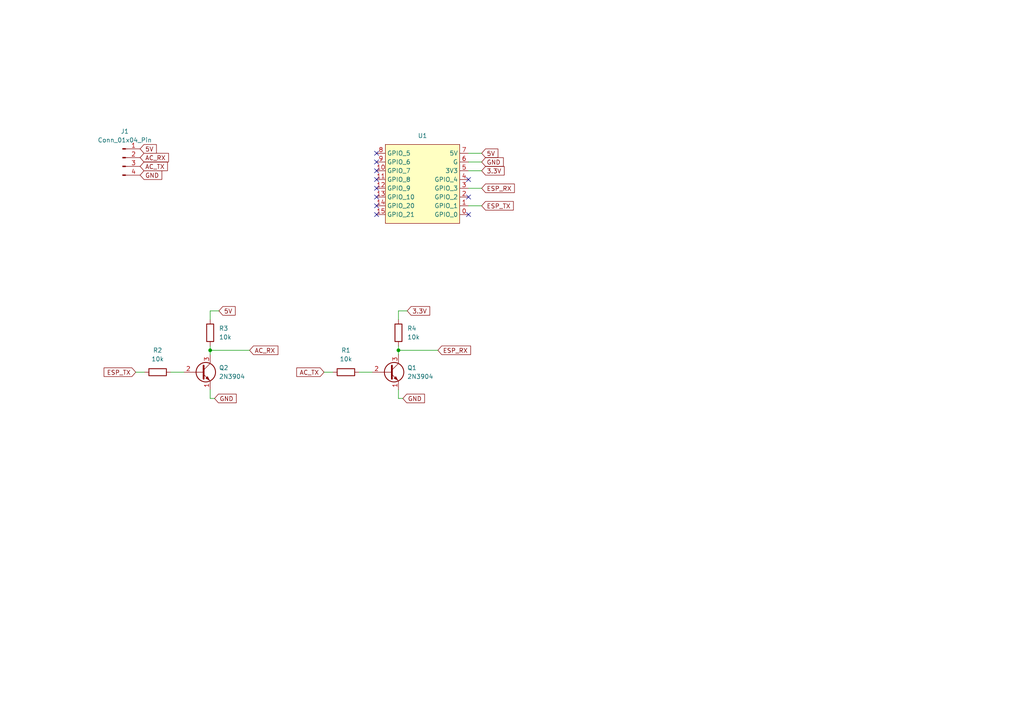
<source format=kicad_sch>
(kicad_sch (version 20250114) (generator "eeschema") (generator_version "9.0")
  (paper "A4")
  (lib_symbols
    (symbol "Connector:Conn_01x04_Pin" (pin_names (offset 1.016) (hide yes))
      (property "Reference" "J" (at 0 5.08 0))
      (property "Value" "Conn_01x04_Pin" (at 0 -7.62 0))
      (symbol "Conn_01x04_Pin_1_1"
        (rectangle (start 0.8636 2.667) (end 0 2.413) (stroke (width 0.1524)) (fill (type outline)))
        (rectangle (start 0.8636 0.127) (end 0 -0.127) (stroke (width 0.1524)) (fill (type outline)))
        (rectangle (start 0.8636 -2.413) (end 0 -2.667) (stroke (width 0.1524)) (fill (type outline)))
        (rectangle (start 0.8636 -4.953) (end 0 -5.207) (stroke (width 0.1524)) (fill (type outline)))
        (polyline (pts (xy 1.27 2.54) (xy 0.8636 2.54)) (stroke (width 0.1524)))
        (polyline (pts (xy 1.27 0) (xy 0.8636 0)) (stroke (width 0.1524)))
        (polyline (pts (xy 1.27 -2.54) (xy 0.8636 -2.54)) (stroke (width 0.1524)))
        (polyline (pts (xy 1.27 -5.08) (xy 0.8636 -5.08)) (stroke (width 0.1524)))
        (pin passive line (at 5.08 2.54 180) (length 3.81) (name "Pin_1") (number "1"))
        (pin passive line (at 5.08 0 180) (length 3.81) (name "Pin_2") (number "2"))
        (pin passive line (at 5.08 -2.54 180) (length 3.81) (name "Pin_3") (number "3"))
        (pin passive line (at 5.08 -5.08 180) (length 3.81) (name "Pin_4") (number "4"))
      )
    )
    (symbol "Device:R" (pin_numbers (hide yes)) (pin_names (offset 0))
      (property "Reference" "R" (at 2.032 0 90))
      (property "Value" "R" (at 0 0 90))
      (symbol "R_0_1"
        (rectangle (start -1.016 -2.54) (end 1.016 2.54) (stroke (width 0.254)))
      )
      (symbol "R_1_1"
        (pin passive line (at 0 3.81 270) (length 1.27) (name "~") (number "1"))
        (pin passive line (at 0 -3.81 90) (length 1.27) (name "~") (number "2"))
      )
    )
    (symbol "Project Symbols:ESP32_C3_Super_Mini"
      (property "Reference" "U" (at 21.082 -1.016 0))
      (symbol "ESP32_C3_Super_Mini_1_1"
        (rectangle (start 0 22.86) (end 21.59 0) (fill (type background)))
        (pin bidirectional line (at -2.54 20.32 0) (length 2.54) (name "GPIO_5") (number "8"))
        (pin bidirectional line (at -2.54 17.78 0) (length 2.54) (name "GPIO_6") (number "9"))
        (pin bidirectional line (at -2.54 15.24 0) (length 2.54) (name "GPIO_7") (number "10"))
        (pin bidirectional line (at -2.54 12.7 0) (length 2.54) (name "GPIO_8") (number "11"))
        (pin bidirectional line (at -2.54 10.16 0) (length 2.54) (name "GPIO_9") (number "12"))
        (pin bidirectional line (at -2.54 7.62 0) (length 2.54) (name "GPIO_10") (number "13"))
        (pin bidirectional line (at -2.54 5.08 0) (length 2.54) (name "GPIO_20") (number "14"))
        (pin bidirectional line (at -2.54 2.54 0) (length 2.54) (name "GPIO_21") (number "15"))
        (pin power_in line (at 24.13 20.32 180) (length 2.54) (name "5V") (number "7"))
        (pin passive line (at 24.13 17.78 180) (length 2.54) (name "G") (number "6"))
        (pin power_out line (at 24.13 15.24 180) (length 2.54) (name "3V3") (number "5"))
        (pin bidirectional line (at 24.13 12.7 180) (length 2.54) (name "GPIO_4") (number "4"))
        (pin bidirectional line (at 24.13 10.16 180) (length 2.54) (name "GPIO_3") (number "3"))
        (pin bidirectional line (at 24.13 7.62 180) (length 2.54) (name "GPIO_2") (number "2"))
        (pin bidirectional line (at 24.13 5.08 180) (length 2.54) (name "GPIO_1") (number "1"))
        (pin bidirectional line (at 24.13 2.54 180) (length 2.54) (name "GPIO_0") (number "0"))
      )
    )
    (symbol "Transistor_BJT:2N3904" (pin_names (offset 0) (hide yes))
      (property "Reference" "Q" (at 5.08 1.905 0))
      (property "Value" "2N3904" (at 5.08 0 0))
      (symbol "2N3904_0_1"
        (polyline (pts (xy -2.54 0) (xy 0.635 0)))
        (polyline (pts (xy 0.635 1.905) (xy 0.635 -1.905)) (stroke (width 0.508)))
        (circle (center 1.27 0) (radius 2.8194) (stroke (width 0.254)))
      )
      (symbol "2N3904_1_1"
        (polyline (pts (xy 0.635 0.635) (xy 2.54 2.54)))
        (polyline (pts (xy 0.635 -0.635) (xy 2.54 -2.54)))
        (polyline (pts (xy 1.27 -1.778) (xy 1.778 -1.27) (xy 2.286 -2.286) (xy 1.27 -1.778)) (fill (type outline)))
        (pin input line (at -5.08 0 0) (length 2.54) (name "B") (number "2"))
        (pin passive line (at 2.54 5.08 270) (length 2.54) (name "C") (number "3"))
        (pin passive line (at 2.54 -5.08 90) (length 2.54) (name "E") (number "1"))
      )
    )
  )
  (junction (at 60.96 101.6))
  (junction (at 115.57 101.6))
  (no_connect (at 109.22 49.53))
  (no_connect (at 135.89 57.15))
  (no_connect (at 109.22 59.69))
  (no_connect (at 109.22 44.45))
  (no_connect (at 109.22 54.61))
  (no_connect (at 135.89 62.23))
  (no_connect (at 109.22 46.99))
  (no_connect (at 109.22 52.07))
  (no_connect (at 109.22 57.15))
  (no_connect (at 109.22 62.23))
  (no_connect (at 135.89 52.07))
  (wire (pts (xy 60.96 101.6) (xy 72.39 101.6)))
  (wire (pts (xy 115.57 101.6) (xy 115.57 102.87)))
  (wire (pts (xy 39.37 107.95) (xy 41.91 107.95)))
  (wire (pts (xy 63.5 90.17) (xy 60.96 90.17)))
  (wire (pts (xy 139.7 54.61) (xy 135.89 54.61)))
  (wire (pts (xy 139.7 44.45) (xy 135.89 44.45)))
  (wire (pts (xy 115.57 100.33) (xy 115.57 101.6)))
  (wire (pts (xy 60.96 115.57) (xy 60.96 113.03)))
  (wire (pts (xy 139.7 49.53) (xy 135.89 49.53)))
  (wire (pts (xy 62.23 115.57) (xy 60.96 115.57)))
  (wire (pts (xy 115.57 90.17) (xy 115.57 92.71)))
  (wire (pts (xy 118.11 90.17) (xy 115.57 90.17)))
  (wire (pts (xy 60.96 101.6) (xy 60.96 102.87)))
  (wire (pts (xy 60.96 90.17) (xy 60.96 92.71)))
  (wire (pts (xy 115.57 101.6) (xy 127 101.6)))
  (wire (pts (xy 139.7 59.69) (xy 135.89 59.69)))
  (wire (pts (xy 60.96 100.33) (xy 60.96 101.6)))
  (wire (pts (xy 104.14 107.95) (xy 107.95 107.95)))
  (wire (pts (xy 139.7 46.99) (xy 135.89 46.99)))
  (wire (pts (xy 116.84 115.57) (xy 115.57 115.57)))
  (wire (pts (xy 115.57 115.57) (xy 115.57 113.03)))
  (wire (pts (xy 49.53 107.95) (xy 53.34 107.95)))
  (wire (pts (xy 93.98 107.95) (xy 96.52 107.95)))
  (global_label "AC_RX" (shape input) (at 72.39 101.6 0) (property "Intersheetrefs" "${INTERSHEET_REFS}" (effects (hide yes))))
  (global_label "GND" (shape input) (at 139.7 46.99 0) (property "Intersheetrefs" "${INTERSHEET_REFS}" (effects (hide yes))))
  (global_label "GND" (shape input) (at 62.23 115.57 0) (property "Intersheetrefs" "${INTERSHEET_REFS}" (effects (hide yes))))
  (global_label "3.3V" (shape input) (at 139.7 49.53 0) (property "Intersheetrefs" "${INTERSHEET_REFS}" (effects (hide yes))))
  (global_label "ESP_RX" (shape input) (at 127 101.6 0) (property "Intersheetrefs" "${INTERSHEET_REFS}" (effects (hide yes))))
  (global_label "AC_RX" (shape input) (at 40.64 45.72 0) (property "Intersheetrefs" "${INTERSHEET_REFS}" (effects (hide yes))))
  (global_label "ESP_RX" (shape input) (at 139.7 54.61 0) (property "Intersheetrefs" "${INTERSHEET_REFS}" (effects (hide yes))))
  (global_label "5V" (shape input) (at 139.7 44.45 0) (property "Intersheetrefs" "${INTERSHEET_REFS}" (effects (hide yes))))
  (global_label "AC_TX" (shape input) (at 40.64 48.26 0) (property "Intersheetrefs" "${INTERSHEET_REFS}" (effects (hide yes))))
  (global_label "GND" (shape input) (at 116.84 115.57 0) (property "Intersheetrefs" "${INTERSHEET_REFS}" (effects (hide yes))))
  (global_label "GND" (shape input) (at 40.64 50.8 0) (property "Intersheetrefs" "${INTERSHEET_REFS}" (effects (hide yes))))
  (global_label "5V" (shape input) (at 40.64 43.18 0) (property "Intersheetrefs" "${INTERSHEET_REFS}" (effects (hide yes))))
  (global_label "3.3V" (shape input) (at 118.11 90.17 0) (property "Intersheetrefs" "${INTERSHEET_REFS}" (effects (hide yes))))
  (global_label "5V" (shape input) (at 63.5 90.17 0) (property "Intersheetrefs" "${INTERSHEET_REFS}" (effects (hide yes))))
  (global_label "ESP_TX" (shape input) (at 139.7 59.69 0) (property "Intersheetrefs" "${INTERSHEET_REFS}" (effects (hide yes))))
  (global_label "AC_TX" (shape input) (at 93.98 107.95 180) (property "Intersheetrefs" "${INTERSHEET_REFS}" (effects (hide yes))))
  (global_label "ESP_TX" (shape input) (at 39.37 107.95 180) (property "Intersheetrefs" "${INTERSHEET_REFS}" (effects (hide yes))))
  (symbol (lib_id "Transistor_BJT:2N3904") (at 58.42 107.95 0) (unit 1)
    (property "Reference" "Q2" (at 63.5 106.6799 0) (effects (justify left)))
    (property "Value" "2N3904" (at 63.5 109.2199 0) (effects (justify left)))
    (property "Footprint" "Package_TO_SOT_THT:TO-92" (effects (hide yes)))
    (property "Datasheet" "https://www.onsemi.com/pub/Collateral/2N3903-D.PDF" (effects (hide yes)))
    (property "Description" "0.2A Ic, 40V Vce, Small Signal NPN Transistor, TO-92" (effects (hide yes)))
  )
  (symbol (lib_id "Connector:Conn_01x04_Pin") (at 35.56 45.72 0) (unit 1)
    (property "Reference" "J1" (at 36.195 38.1 0))
    (property "Value" "Conn_01x04_Pin" (at 36.195 40.64 0))
    (property "Footprint" "Project Libraries:PCB_USB" (effects (hide yes)))
    (property "Description" "Generic connector, single row, 01x04, script generated" (effects (hide yes)))
  )
  (symbol (lib_id "Project Symbols:ESP32_C3_Super_Mini") (at 111.76 64.77 0) (unit 1)
    (property "Reference" "U1" (at 122.555 39.37 0))
    (property "Footprint" "Project Libraries:ESP32_C3_Super_Mini" (effects (hide yes)))
  )
  (symbol (lib_id "Device:R") (at 60.96 96.52 180) (unit 1)
    (property "Reference" "R3" (at 63.5 95.2499 0) (effects (justify right)))
    (property "Value" "10k" (at 63.5 97.7899 0) (effects (justify right)))
    (property "Footprint" "Resistor_THT:R_Axial_DIN0204_L3.6mm_D1.6mm_P2.54mm_Vertical" (effects (hide yes)))
    (property "Description" "Resistor" (effects (hide yes)))
  )
  (symbol (lib_id "Device:R") (at 115.57 96.52 0) (unit 1)
    (property "Reference" "R4" (at 118.11 95.2499 0) (effects (justify left)))
    (property "Value" "10k" (at 118.11 97.7899 0) (effects (justify left)))
    (property "Footprint" "Resistor_THT:R_Axial_DIN0204_L3.6mm_D1.6mm_P2.54mm_Vertical" (effects (hide yes)))
    (property "Description" "Resistor" (effects (hide yes)))
  )
  (symbol (lib_id "Transistor_BJT:2N3904") (at 113.03 107.95 0) (unit 1)
    (property "Reference" "Q1" (at 118.11 106.6799 0) (effects (justify left)))
    (property "Value" "2N3904" (at 118.11 109.2199 0) (effects (justify left)))
    (property "Footprint" "Package_TO_SOT_THT:TO-92" (effects (hide yes)))
    (property "Datasheet" "https://www.onsemi.com/pub/Collateral/2N3903-D.PDF" (effects (hide yes)))
    (property "Description" "0.2A Ic, 40V Vce, Small Signal NPN Transistor, TO-92" (effects (hide yes)))
  )
  (symbol (lib_id "Device:R") (at 100.33 107.95 90) (unit 1)
    (property "Reference" "R1" (at 100.33 101.6 90))
    (property "Value" "10k" (at 100.33 104.14 90))
    (property "Footprint" "Resistor_THT:R_Axial_DIN0204_L3.6mm_D1.6mm_P2.54mm_Vertical" (effects (hide yes)))
    (property "Description" "Resistor" (effects (hide yes)))
  )
  (symbol (lib_id "Device:R") (at 45.72 107.95 270) (unit 1)
    (property "Reference" "R2" (at 45.72 101.6 90))
    (property "Value" "10k" (at 45.72 104.14 90))
    (property "Footprint" "Resistor_THT:R_Axial_DIN0204_L3.6mm_D1.6mm_P2.54mm_Vertical" (effects (hide yes)))
    (property "Description" "Resistor" (effects (hide yes)))
  )
)
</source>
